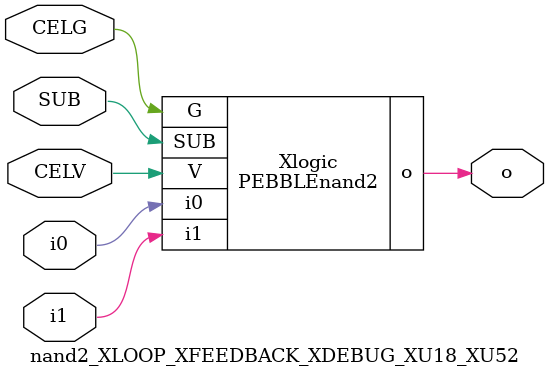
<source format=v>



module PEBBLEnand2 ( o, G, SUB, V, i0, i1 );

  input i0;
  input V;
  input i1;
  input G;
  output o;
  input SUB;
endmodule

//Celera Confidential Do Not Copy nand2_XLOOP_XFEEDBACK_XDEBUG_XU18_XU52
//Celera Confidential Symbol Generator
//5V NAND2
module nand2_XLOOP_XFEEDBACK_XDEBUG_XU18_XU52 (CELV,CELG,i0,i1,o,SUB);
input CELV;
input CELG;
input i0;
input i1;
input SUB;
output o;

//Celera Confidential Do Not Copy nand2
PEBBLEnand2 Xlogic(
.V (CELV),
.i0 (i0),
.i1 (i1),
.o (o),
.SUB (SUB),
.G (CELG)
);
//,diesize,PEBBLEnand2

//Celera Confidential Do Not Copy Module End
//Celera Schematic Generator
endmodule

</source>
